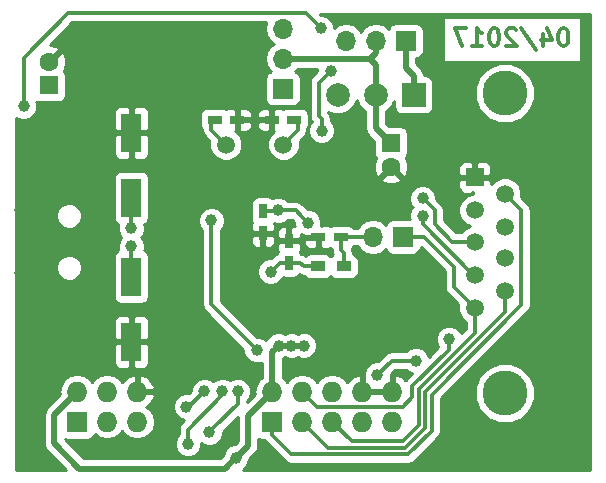
<source format=gbl>
G04 #@! TF.GenerationSoftware,KiCad,Pcbnew,(2017-01-09 revision c2fb336)-makepkg*
G04 #@! TF.CreationDate,2017-04-23T15:34:07+02:00*
G04 #@! TF.ProjectId,avrIspMk2Clone,6176724973704D6B32436C6F6E652E6B,rev?*
G04 #@! TF.FileFunction,Copper,L2,Bot,Signal*
G04 #@! TF.FilePolarity,Positive*
%FSLAX46Y46*%
G04 Gerber Fmt 4.6, Leading zero omitted, Abs format (unit mm)*
G04 Created by KiCad (PCBNEW (2017-01-09 revision c2fb336)-makepkg) date 04/23/17 15:34:07*
%MOMM*%
%LPD*%
G01*
G04 APERTURE LIST*
%ADD10C,0.100000*%
%ADD11C,0.300000*%
%ADD12O,1.700000X1.700000*%
%ADD13R,1.700000X1.700000*%
%ADD14O,1.727200X1.727200*%
%ADD15R,1.727200X1.727200*%
%ADD16C,1.500000*%
%ADD17R,1.600000X1.600000*%
%ADD18C,1.600000*%
%ADD19R,1.700000X3.300000*%
%ADD20C,3.810000*%
%ADD21R,1.520000X1.520000*%
%ADD22C,1.520000*%
%ADD23C,2.000000*%
%ADD24R,2.000000X2.000000*%
%ADD25R,1.200000X0.750000*%
%ADD26R,0.750000X1.200000*%
%ADD27R,1.200000X0.900000*%
%ADD28C,0.800000*%
%ADD29C,1.000000*%
%ADD30C,0.500000*%
%ADD31C,0.254000*%
G04 APERTURE END LIST*
D10*
D11*
X127110571Y-86935571D02*
X126967714Y-86935571D01*
X126824857Y-87007000D01*
X126753428Y-87078428D01*
X126682000Y-87221285D01*
X126610571Y-87507000D01*
X126610571Y-87864142D01*
X126682000Y-88149857D01*
X126753428Y-88292714D01*
X126824857Y-88364142D01*
X126967714Y-88435571D01*
X127110571Y-88435571D01*
X127253428Y-88364142D01*
X127324857Y-88292714D01*
X127396285Y-88149857D01*
X127467714Y-87864142D01*
X127467714Y-87507000D01*
X127396285Y-87221285D01*
X127324857Y-87078428D01*
X127253428Y-87007000D01*
X127110571Y-86935571D01*
X125324857Y-87435571D02*
X125324857Y-88435571D01*
X125682000Y-86864142D02*
X126039142Y-87935571D01*
X125110571Y-87935571D01*
X123467714Y-86864142D02*
X124753428Y-88792714D01*
X123039142Y-87078428D02*
X122967714Y-87007000D01*
X122824857Y-86935571D01*
X122467714Y-86935571D01*
X122324857Y-87007000D01*
X122253428Y-87078428D01*
X122182000Y-87221285D01*
X122182000Y-87364142D01*
X122253428Y-87578428D01*
X123110571Y-88435571D01*
X122182000Y-88435571D01*
X121253428Y-86935571D02*
X121110571Y-86935571D01*
X120967714Y-87007000D01*
X120896285Y-87078428D01*
X120824857Y-87221285D01*
X120753428Y-87507000D01*
X120753428Y-87864142D01*
X120824857Y-88149857D01*
X120896285Y-88292714D01*
X120967714Y-88364142D01*
X121110571Y-88435571D01*
X121253428Y-88435571D01*
X121396285Y-88364142D01*
X121467714Y-88292714D01*
X121539142Y-88149857D01*
X121610571Y-87864142D01*
X121610571Y-87507000D01*
X121539142Y-87221285D01*
X121467714Y-87078428D01*
X121396285Y-87007000D01*
X121253428Y-86935571D01*
X119324857Y-88435571D02*
X120182000Y-88435571D01*
X119753428Y-88435571D02*
X119753428Y-86935571D01*
X119896285Y-87149857D01*
X120039142Y-87292714D01*
X120182000Y-87364142D01*
X118824857Y-86935571D02*
X117824857Y-86935571D01*
X118467714Y-88435571D01*
D12*
X110908000Y-104600000D03*
D13*
X113448000Y-104600000D03*
D14*
X90969000Y-117700000D03*
X90969000Y-120240000D03*
X88429000Y-117700000D03*
X88429000Y-120240000D03*
X85889000Y-117700000D03*
D15*
X85889000Y-120240000D03*
D16*
X98462000Y-96774000D03*
X103342000Y-96774000D03*
D17*
X83476000Y-91760000D03*
D18*
X83476000Y-89760000D03*
D17*
X112432000Y-96650000D03*
D18*
X112432000Y-98650000D03*
D19*
X90461000Y-113465000D03*
X90461000Y-107965000D03*
X90461000Y-101273000D03*
X90461000Y-95773000D03*
D20*
X122084000Y-117830000D03*
X122084000Y-92430000D03*
D21*
X119544000Y-99540000D03*
D22*
X119544000Y-102330000D03*
X119544000Y-105000000D03*
X119544000Y-107800000D03*
X119544000Y-110590000D03*
X122084000Y-100940000D03*
X122084000Y-103730000D03*
X122084000Y-106400000D03*
X122084000Y-109190000D03*
D15*
X102399000Y-120240000D03*
D14*
X102399000Y-117700000D03*
X104939000Y-120240000D03*
X104939000Y-117700000D03*
X107479000Y-120240000D03*
X107479000Y-117700000D03*
X110019000Y-120240000D03*
X110019000Y-117700000D03*
X112559000Y-120240000D03*
X112559000Y-117700000D03*
D12*
X108622000Y-87982000D03*
X111162000Y-87982000D03*
D13*
X113702000Y-87982000D03*
D23*
X107962000Y-92554000D03*
X111162000Y-92554000D03*
D24*
X114362000Y-92554000D03*
D25*
X106300000Y-104600000D03*
X108200000Y-104600000D03*
D26*
X103800000Y-106800000D03*
X103800000Y-104900000D03*
D25*
X102358000Y-94687600D03*
X104258000Y-94687600D03*
X97512000Y-94687600D03*
X99412000Y-94687600D03*
D26*
X101600000Y-104300000D03*
X101600000Y-102400000D03*
D12*
X103288000Y-86966000D03*
X103288000Y-89506000D03*
D13*
X103288000Y-92046000D03*
D27*
X108452000Y-107082800D03*
X106252000Y-107082800D03*
D28*
X114046000Y-112395000D03*
D29*
X104811998Y-98904000D03*
X102526000Y-98904000D03*
X103694400Y-111045200D03*
X128332400Y-121764000D03*
X86905000Y-102333000D03*
X86778000Y-107667000D03*
X86397000Y-91792000D03*
X86397000Y-89506000D03*
X87920990Y-107667000D03*
X87921000Y-102333000D03*
X81063000Y-102333000D03*
X82206000Y-102333000D03*
X81063000Y-107667000D03*
X82206000Y-107667000D03*
X105410000Y-103378000D03*
X102272000Y-107540000D03*
X102907000Y-102350002D03*
X90461000Y-105381000D03*
X90461000Y-103857000D03*
X107352000Y-90522000D03*
X106590000Y-95602000D03*
X106488400Y-86915200D03*
X81342400Y-93519200D03*
X115127843Y-101316639D03*
X101092000Y-114173000D03*
X97228752Y-103185248D03*
X114554000Y-115062004D03*
X97065000Y-121129000D03*
X99478000Y-117649200D03*
X111289000Y-116264000D03*
X95261600Y-122119600D03*
X98157200Y-117649200D03*
X95109201Y-118970000D03*
X96633200Y-117649200D03*
X117359600Y-113229600D03*
X115124400Y-102815600D03*
X99325600Y-123288002D03*
X105066000Y-113788398D03*
X103999200Y-113788400D03*
X102932400Y-113788398D03*
D11*
X108200000Y-104600000D02*
X110908000Y-104600000D01*
X108200000Y-105660000D02*
X108452000Y-105912000D01*
X108452000Y-105912000D02*
X108452000Y-107082800D01*
X108200000Y-104600000D02*
X108200000Y-105660000D01*
D30*
X110646000Y-89506000D02*
X111162000Y-90022000D01*
X111162000Y-90022000D02*
X111162000Y-92554000D01*
X103288000Y-89506000D02*
X110646000Y-89506000D01*
X110646000Y-89506000D02*
X111162000Y-88990000D01*
X111162000Y-88990000D02*
X111162000Y-87982000D01*
X111252000Y-88072000D02*
X111162000Y-87982000D01*
D11*
X104910001Y-102878001D02*
X105410000Y-103378000D01*
X102907000Y-102350002D02*
X104382002Y-102350002D01*
X104382002Y-102350002D02*
X104910001Y-102878001D01*
X101600000Y-102400000D02*
X102857002Y-102400000D01*
X102857002Y-102400000D02*
X102907000Y-102350002D01*
X103800000Y-106800000D02*
X103012000Y-106800000D01*
X103012000Y-106800000D02*
X102272000Y-107540000D01*
X105050800Y-107082800D02*
X104768000Y-106800000D01*
X104768000Y-106800000D02*
X103800000Y-106800000D01*
X106252000Y-107082800D02*
X105050800Y-107082800D01*
D30*
X111162000Y-92554000D02*
X111162000Y-95380000D01*
X111162000Y-95380000D02*
X112432000Y-96650000D01*
D11*
X106102000Y-107082800D02*
X106002000Y-107082800D01*
X104558000Y-94687600D02*
X104558000Y-95558000D01*
X104558000Y-95558000D02*
X103342000Y-96774000D01*
X97212000Y-94687600D02*
X97212000Y-95524000D01*
X97212000Y-95524000D02*
X98462000Y-96774000D01*
X90461000Y-107965000D02*
X90461000Y-105381000D01*
X90461000Y-101273000D02*
X90461000Y-103857000D01*
X107352000Y-90522000D02*
X106336000Y-91538000D01*
X106590000Y-94586000D02*
X106590000Y-95602000D01*
X106336000Y-94332000D02*
X106590000Y-94586000D01*
X106336000Y-91538000D02*
X106336000Y-94332000D01*
X105988401Y-86415201D02*
X106488400Y-86915200D01*
X85094410Y-85652390D02*
X105225590Y-85652390D01*
X81342400Y-93519200D02*
X81342400Y-89404400D01*
X81342400Y-89404400D02*
X85094410Y-85652390D01*
X105225590Y-85652390D02*
X105988401Y-86415201D01*
X116140400Y-102329196D02*
X115127843Y-101316639D01*
X116140400Y-103501400D02*
X116140400Y-102329196D01*
X117639000Y-105000000D02*
X116140400Y-103501400D01*
X119544000Y-105000000D02*
X117639000Y-105000000D01*
X100592001Y-113673001D02*
X101092000Y-114173000D01*
X97228752Y-110309752D02*
X100592001Y-113673001D01*
X97228752Y-103185248D02*
X97228752Y-110309752D01*
X122084000Y-110959432D02*
X122084000Y-110264802D01*
X104939000Y-120240000D02*
X107140011Y-122441011D01*
X122084000Y-110264802D02*
X122084000Y-109190000D01*
X113666255Y-122441011D02*
X115336389Y-120770877D01*
X115336389Y-120770877D02*
X115336389Y-117707043D01*
X107140011Y-122441011D02*
X113666255Y-122441011D01*
X115336389Y-117707043D02*
X122084000Y-110959432D01*
X113846894Y-115062004D02*
X114554000Y-115062004D01*
X112490996Y-115062004D02*
X113846894Y-115062004D01*
X111289000Y-116264000D02*
X112490996Y-115062004D01*
X99478000Y-118716000D02*
X97564999Y-120629001D01*
X99478000Y-117649200D02*
X99478000Y-118716000D01*
X97564999Y-120629001D02*
X97065000Y-121129000D01*
X95261600Y-122119600D02*
X95261600Y-120900400D01*
X95261600Y-120900400D02*
X98157200Y-118004800D01*
X98157200Y-118004800D02*
X98157200Y-117649200D01*
X102399000Y-121403600D02*
X102399000Y-120240000D01*
X113894077Y-122991022D02*
X103986422Y-122991022D01*
X115886400Y-120998699D02*
X113894077Y-122991022D01*
X103986422Y-122991022D02*
X102399000Y-121403600D01*
X115886400Y-117934864D02*
X115886400Y-120998699D01*
X122084000Y-100940000D02*
X123481000Y-102337000D01*
X123481000Y-102337000D02*
X123481000Y-110340264D01*
X123481000Y-110340264D02*
X115886400Y-117934864D01*
X96633200Y-117649200D02*
X95312400Y-118970000D01*
X95312400Y-118970000D02*
X95109201Y-118970000D01*
X115207000Y-104600000D02*
X113448000Y-104600000D01*
X114786378Y-120543055D02*
X114786378Y-117479222D01*
X113438433Y-121891000D02*
X114786378Y-120543055D01*
X119544000Y-111664802D02*
X119544000Y-110590000D01*
X119544000Y-112721600D02*
X119544000Y-111664802D01*
X114786378Y-117479222D02*
X119544000Y-112721600D01*
X107479000Y-120240000D02*
X109130000Y-121891000D01*
X109130000Y-121891000D02*
X113438433Y-121891000D01*
X115207000Y-104600000D02*
X117766000Y-107159000D01*
X117766000Y-107159000D02*
X117766000Y-108810000D01*
X117766000Y-108810000D02*
X119544000Y-110588000D01*
X119544000Y-110588000D02*
X119544000Y-110590000D01*
X104939000Y-117700000D02*
X106202601Y-118963601D01*
X106202601Y-118963601D02*
X113429966Y-118963601D01*
X113429966Y-118963601D02*
X114236367Y-118157200D01*
X114236367Y-118157200D02*
X114236367Y-117251403D01*
X114236367Y-117251403D02*
X117359600Y-114128170D01*
X117359600Y-114128170D02*
X117359600Y-113229600D01*
X115124400Y-102815600D02*
X115124400Y-103522706D01*
X115124400Y-103522706D02*
X119401694Y-107800000D01*
X119401694Y-107800000D02*
X119544000Y-107800000D01*
D30*
X85889000Y-117700000D02*
X83933200Y-119655800D01*
X83933200Y-119655800D02*
X83933200Y-122068800D01*
X83933200Y-122068800D02*
X86066800Y-124202400D01*
X99274798Y-123288002D02*
X99325600Y-123288002D01*
X86066800Y-124202400D02*
X98360400Y-124202400D01*
X98360400Y-124202400D02*
X99274798Y-123288002D01*
X99325600Y-123288002D02*
X100341600Y-122272002D01*
X100341600Y-122272002D02*
X100341600Y-119757400D01*
X100341600Y-119757400D02*
X100443200Y-119655800D01*
X100443200Y-119655800D02*
X102399000Y-117700000D01*
X105066000Y-113788398D02*
X103999202Y-113788398D01*
X103999202Y-113788398D02*
X103999200Y-113788400D01*
X102932400Y-113788398D02*
X103999198Y-113788398D01*
X103999198Y-113788398D02*
X103999200Y-113788400D01*
X102399000Y-114321798D02*
X102432401Y-114288397D01*
X102432401Y-114288397D02*
X102932400Y-113788398D01*
X102399000Y-117700000D02*
X102399000Y-114321798D01*
X113702000Y-90268000D02*
X114362000Y-90928000D01*
X114362000Y-90928000D02*
X114362000Y-92554000D01*
X113702000Y-87982000D02*
X113702000Y-90268000D01*
D31*
G36*
X129290000Y-124290000D02*
X99872740Y-124290000D01*
X99967686Y-124250769D01*
X100287245Y-123931767D01*
X100460403Y-123514758D01*
X100460499Y-123404682D01*
X100967387Y-122897794D01*
X100967390Y-122897792D01*
X101159233Y-122610677D01*
X101199653Y-122407474D01*
X101226601Y-122272002D01*
X101226600Y-122271997D01*
X101226600Y-121660974D01*
X101287635Y-121701757D01*
X101535400Y-121751040D01*
X101705181Y-121751040D01*
X101843921Y-121958679D01*
X103431343Y-123546101D01*
X103686016Y-123716267D01*
X103986422Y-123776022D01*
X113894077Y-123776022D01*
X114194484Y-123716267D01*
X114449156Y-123546101D01*
X116441479Y-121553778D01*
X116611645Y-121299106D01*
X116671400Y-120998699D01*
X116671400Y-118333021D01*
X119543560Y-118333021D01*
X119929437Y-119266915D01*
X120643327Y-119982052D01*
X121576546Y-120369559D01*
X122587021Y-120370440D01*
X123520915Y-119984563D01*
X124236052Y-119270673D01*
X124623559Y-118337454D01*
X124624440Y-117326979D01*
X124238563Y-116393085D01*
X123524673Y-115677948D01*
X122591454Y-115290441D01*
X121580979Y-115289560D01*
X120647085Y-115675437D01*
X119931948Y-116389327D01*
X119544441Y-117322546D01*
X119543560Y-118333021D01*
X116671400Y-118333021D01*
X116671400Y-118260022D01*
X124036079Y-110895343D01*
X124206245Y-110640671D01*
X124266000Y-110340264D01*
X124266000Y-102337000D01*
X124236004Y-102186200D01*
X124206245Y-102036593D01*
X124036079Y-101781921D01*
X123477027Y-101222869D01*
X123478758Y-101218700D01*
X123479242Y-100663735D01*
X123267313Y-100150828D01*
X122875236Y-99758066D01*
X122362700Y-99545242D01*
X121807735Y-99544758D01*
X121294828Y-99756687D01*
X120939000Y-100111894D01*
X120939000Y-99825750D01*
X120780250Y-99667000D01*
X119671000Y-99667000D01*
X119671000Y-99687000D01*
X119417000Y-99687000D01*
X119417000Y-99667000D01*
X118307750Y-99667000D01*
X118149000Y-99825750D01*
X118149000Y-100426309D01*
X118245673Y-100659698D01*
X118424301Y-100838327D01*
X118657690Y-100935000D01*
X119258250Y-100935000D01*
X119416998Y-100776252D01*
X119416998Y-100934888D01*
X119267735Y-100934758D01*
X118754828Y-101146687D01*
X118362066Y-101538764D01*
X118149242Y-102051300D01*
X118148758Y-102606265D01*
X118360687Y-103119172D01*
X118752764Y-103511934D01*
X119121662Y-103665114D01*
X118754828Y-103816687D01*
X118362066Y-104208764D01*
X118359477Y-104215000D01*
X117964158Y-104215000D01*
X116925400Y-103176242D01*
X116925400Y-102329196D01*
X116865645Y-102028790D01*
X116695479Y-101774117D01*
X116262822Y-101341460D01*
X116263040Y-101091864D01*
X116090610Y-100674553D01*
X115771608Y-100354994D01*
X115354599Y-100181836D01*
X114903068Y-100181442D01*
X114485757Y-100353872D01*
X114166198Y-100672874D01*
X113993040Y-101089883D01*
X113992646Y-101541414D01*
X114165076Y-101958725D01*
X114270472Y-102064305D01*
X114162755Y-102171835D01*
X113989597Y-102588844D01*
X113989203Y-103040375D01*
X114014897Y-103102560D01*
X112598000Y-103102560D01*
X112350235Y-103151843D01*
X112140191Y-103292191D01*
X111999843Y-103502235D01*
X111987403Y-103564777D01*
X111958054Y-103520853D01*
X111476285Y-103198946D01*
X110908000Y-103085907D01*
X110339715Y-103198946D01*
X109857946Y-103520853D01*
X109661404Y-103815000D01*
X109289754Y-103815000D01*
X109257809Y-103767191D01*
X109047765Y-103626843D01*
X108800000Y-103577560D01*
X107600000Y-103577560D01*
X107352235Y-103626843D01*
X107260898Y-103687873D01*
X107259698Y-103686673D01*
X107026309Y-103590000D01*
X106585750Y-103590000D01*
X106526205Y-103649545D01*
X106544803Y-103604756D01*
X106545197Y-103153225D01*
X106372767Y-102735914D01*
X106053765Y-102416355D01*
X105636756Y-102243197D01*
X105385135Y-102242977D01*
X104937081Y-101794923D01*
X104682409Y-101624757D01*
X104382002Y-101565002D01*
X103727102Y-101565002D01*
X103550765Y-101388357D01*
X103133756Y-101215199D01*
X102682225Y-101214805D01*
X102410311Y-101327158D01*
X102222765Y-101201843D01*
X101975000Y-101152560D01*
X101225000Y-101152560D01*
X100977235Y-101201843D01*
X100767191Y-101342191D01*
X100626843Y-101552235D01*
X100577560Y-101800000D01*
X100577560Y-103000000D01*
X100626843Y-103247765D01*
X100687873Y-103339102D01*
X100686673Y-103340302D01*
X100590000Y-103573691D01*
X100590000Y-104014250D01*
X100748750Y-104173000D01*
X101473000Y-104173000D01*
X101473000Y-104153000D01*
X101727000Y-104153000D01*
X101727000Y-104173000D01*
X102451250Y-104173000D01*
X102610000Y-104014250D01*
X102610000Y-103573691D01*
X102550943Y-103431114D01*
X102680244Y-103484805D01*
X103131775Y-103485199D01*
X103549086Y-103312769D01*
X103727163Y-103135002D01*
X104056844Y-103135002D01*
X104275021Y-103353179D01*
X104274803Y-103602775D01*
X104300514Y-103665000D01*
X104085750Y-103665000D01*
X103927000Y-103823750D01*
X103927000Y-104773000D01*
X104651250Y-104773000D01*
X104810000Y-104614250D01*
X104810000Y-104357818D01*
X105183244Y-104512803D01*
X105634775Y-104513197D01*
X105732059Y-104473000D01*
X106173000Y-104473000D01*
X106173000Y-104453000D01*
X106427000Y-104453000D01*
X106427000Y-104473000D01*
X106447000Y-104473000D01*
X106447000Y-104727000D01*
X106427000Y-104727000D01*
X106427000Y-105451250D01*
X106585750Y-105610000D01*
X107026309Y-105610000D01*
X107259698Y-105513327D01*
X107260898Y-105512127D01*
X107352235Y-105573157D01*
X107415000Y-105585642D01*
X107415000Y-105660000D01*
X107474755Y-105960407D01*
X107549013Y-106071542D01*
X107394191Y-106174991D01*
X107352000Y-106238134D01*
X107309809Y-106174991D01*
X107099765Y-106034643D01*
X106852000Y-105985360D01*
X105652000Y-105985360D01*
X105404235Y-106034643D01*
X105206306Y-106166896D01*
X105068407Y-106074755D01*
X104786368Y-106018654D01*
X104773157Y-105952235D01*
X104712127Y-105860898D01*
X104713327Y-105859698D01*
X104810000Y-105626309D01*
X104810000Y-105185750D01*
X104651250Y-105027000D01*
X103927000Y-105027000D01*
X103927000Y-105047000D01*
X103673000Y-105047000D01*
X103673000Y-105027000D01*
X102948750Y-105027000D01*
X102790000Y-105185750D01*
X102790000Y-105626309D01*
X102886673Y-105859698D01*
X102887873Y-105860898D01*
X102826843Y-105952235D01*
X102806216Y-106055933D01*
X102711593Y-106074755D01*
X102456921Y-106244921D01*
X102296821Y-106405021D01*
X102047225Y-106404803D01*
X101629914Y-106577233D01*
X101310355Y-106896235D01*
X101137197Y-107313244D01*
X101136803Y-107764775D01*
X101309233Y-108182086D01*
X101628235Y-108501645D01*
X102045244Y-108674803D01*
X102496775Y-108675197D01*
X102914086Y-108502767D01*
X103233645Y-108183765D01*
X103300533Y-108022682D01*
X103425000Y-108047440D01*
X104175000Y-108047440D01*
X104422765Y-107998157D01*
X104632809Y-107857809D01*
X104692091Y-107769088D01*
X104750394Y-107808045D01*
X105050800Y-107867801D01*
X105050805Y-107867800D01*
X105112132Y-107867800D01*
X105194191Y-107990609D01*
X105404235Y-108130957D01*
X105652000Y-108180240D01*
X106852000Y-108180240D01*
X107099765Y-108130957D01*
X107309809Y-107990609D01*
X107352000Y-107927466D01*
X107394191Y-107990609D01*
X107604235Y-108130957D01*
X107852000Y-108180240D01*
X109052000Y-108180240D01*
X109299765Y-108130957D01*
X109509809Y-107990609D01*
X109650157Y-107780565D01*
X109699440Y-107532800D01*
X109699440Y-106632800D01*
X109650157Y-106385035D01*
X109509809Y-106174991D01*
X109299765Y-106034643D01*
X109237000Y-106022158D01*
X109237000Y-105912000D01*
X109177245Y-105611594D01*
X109119524Y-105525209D01*
X109257809Y-105432809D01*
X109289754Y-105385000D01*
X109661404Y-105385000D01*
X109857946Y-105679147D01*
X110339715Y-106001054D01*
X110908000Y-106114093D01*
X111476285Y-106001054D01*
X111958054Y-105679147D01*
X111987403Y-105635223D01*
X111999843Y-105697765D01*
X112140191Y-105907809D01*
X112350235Y-106048157D01*
X112598000Y-106097440D01*
X114298000Y-106097440D01*
X114545765Y-106048157D01*
X114755809Y-105907809D01*
X114896157Y-105697765D01*
X114945440Y-105450000D01*
X114945440Y-105448598D01*
X116981000Y-107484157D01*
X116981000Y-108810000D01*
X117040755Y-109110407D01*
X117210921Y-109365079D01*
X118151560Y-110305718D01*
X118149242Y-110311300D01*
X118148758Y-110866265D01*
X118360687Y-111379172D01*
X118752764Y-111771934D01*
X118759000Y-111774523D01*
X118759000Y-112396442D01*
X118394165Y-112761277D01*
X118322367Y-112587514D01*
X118003365Y-112267955D01*
X117586356Y-112094797D01*
X117134825Y-112094403D01*
X116717514Y-112266833D01*
X116397955Y-112585835D01*
X116224797Y-113002844D01*
X116224403Y-113454375D01*
X116396833Y-113871686D01*
X116451332Y-113926281D01*
X115645687Y-114731926D01*
X115516767Y-114419918D01*
X115197765Y-114100359D01*
X114780756Y-113927201D01*
X114329225Y-113926807D01*
X113911914Y-114099237D01*
X113733837Y-114277004D01*
X112490996Y-114277004D01*
X112190589Y-114336759D01*
X111935917Y-114506925D01*
X111313821Y-115129021D01*
X111064225Y-115128803D01*
X110646914Y-115301233D01*
X110327355Y-115620235D01*
X110154197Y-116037244D01*
X110153914Y-116361421D01*
X110146000Y-116365531D01*
X110146000Y-117573000D01*
X112432000Y-117573000D01*
X112432000Y-116365531D01*
X112423916Y-116361333D01*
X112424023Y-116239135D01*
X112816154Y-115847004D01*
X113733898Y-115847004D01*
X113910235Y-116023649D01*
X114223771Y-116153841D01*
X113681288Y-116696324D01*
X113660842Y-116726923D01*
X113447490Y-116493179D01*
X112918027Y-116245032D01*
X112686000Y-116365531D01*
X112686000Y-117573000D01*
X112706000Y-117573000D01*
X112706000Y-117827000D01*
X112686000Y-117827000D01*
X112686000Y-117847000D01*
X112432000Y-117847000D01*
X112432000Y-117827000D01*
X110146000Y-117827000D01*
X110146000Y-117847000D01*
X109892000Y-117847000D01*
X109892000Y-117827000D01*
X109872000Y-117827000D01*
X109872000Y-117573000D01*
X109892000Y-117573000D01*
X109892000Y-116365531D01*
X109659973Y-116245032D01*
X109130510Y-116493179D01*
X108748992Y-116911161D01*
X108568029Y-116640330D01*
X108081848Y-116315474D01*
X107508359Y-116201400D01*
X107449641Y-116201400D01*
X106876152Y-116315474D01*
X106389971Y-116640330D01*
X106209000Y-116911172D01*
X106028029Y-116640330D01*
X105541848Y-116315474D01*
X104968359Y-116201400D01*
X104909641Y-116201400D01*
X104336152Y-116315474D01*
X103849971Y-116640330D01*
X103669000Y-116911172D01*
X103488029Y-116640330D01*
X103284000Y-116504002D01*
X103284000Y-114871192D01*
X103466042Y-114795973D01*
X103772444Y-114923203D01*
X104223975Y-114923597D01*
X104532847Y-114795973D01*
X104839244Y-114923201D01*
X105290775Y-114923595D01*
X105708086Y-114751165D01*
X106027645Y-114432163D01*
X106200803Y-114015154D01*
X106201197Y-113563623D01*
X106028767Y-113146312D01*
X105709765Y-112826753D01*
X105292756Y-112653595D01*
X104841225Y-112653201D01*
X104532353Y-112780825D01*
X104225956Y-112653597D01*
X103774425Y-112653203D01*
X103465558Y-112780825D01*
X103159156Y-112653595D01*
X102707625Y-112653201D01*
X102290314Y-112825631D01*
X101970755Y-113144633D01*
X101882156Y-113358002D01*
X101735765Y-113211355D01*
X101318756Y-113038197D01*
X101067135Y-113037977D01*
X98013752Y-109984594D01*
X98013752Y-104585750D01*
X100590000Y-104585750D01*
X100590000Y-105026309D01*
X100686673Y-105259698D01*
X100865301Y-105438327D01*
X101098690Y-105535000D01*
X101314250Y-105535000D01*
X101473000Y-105376250D01*
X101473000Y-104427000D01*
X101727000Y-104427000D01*
X101727000Y-105376250D01*
X101885750Y-105535000D01*
X102101310Y-105535000D01*
X102334699Y-105438327D01*
X102513327Y-105259698D01*
X102610000Y-105026309D01*
X102610000Y-104885750D01*
X105065000Y-104885750D01*
X105065000Y-105101310D01*
X105161673Y-105334699D01*
X105340302Y-105513327D01*
X105573691Y-105610000D01*
X106014250Y-105610000D01*
X106173000Y-105451250D01*
X106173000Y-104727000D01*
X105223750Y-104727000D01*
X105065000Y-104885750D01*
X102610000Y-104885750D01*
X102610000Y-104585750D01*
X102451250Y-104427000D01*
X101727000Y-104427000D01*
X101473000Y-104427000D01*
X100748750Y-104427000D01*
X100590000Y-104585750D01*
X98013752Y-104585750D01*
X98013752Y-104173691D01*
X102790000Y-104173691D01*
X102790000Y-104614250D01*
X102948750Y-104773000D01*
X103673000Y-104773000D01*
X103673000Y-103823750D01*
X103514250Y-103665000D01*
X103298690Y-103665000D01*
X103065301Y-103761673D01*
X102886673Y-103940302D01*
X102790000Y-104173691D01*
X98013752Y-104173691D01*
X98013752Y-104005350D01*
X98190397Y-103829013D01*
X98363555Y-103412004D01*
X98363949Y-102960473D01*
X98191519Y-102543162D01*
X97872517Y-102223603D01*
X97455508Y-102050445D01*
X97003977Y-102050051D01*
X96586666Y-102222481D01*
X96267107Y-102541483D01*
X96093949Y-102958492D01*
X96093555Y-103410023D01*
X96265985Y-103827334D01*
X96443752Y-104005411D01*
X96443752Y-110309752D01*
X96503507Y-110610159D01*
X96673673Y-110864831D01*
X99957021Y-114148179D01*
X99956803Y-114397775D01*
X100129233Y-114815086D01*
X100448235Y-115134645D01*
X100865244Y-115307803D01*
X101316775Y-115308197D01*
X101514000Y-115226705D01*
X101514000Y-116504002D01*
X101309971Y-116640330D01*
X100985115Y-117126511D01*
X100871041Y-117700000D01*
X100916895Y-117930525D01*
X100263000Y-118584420D01*
X100263000Y-118469302D01*
X100439645Y-118292965D01*
X100612803Y-117875956D01*
X100613197Y-117424425D01*
X100440767Y-117007114D01*
X100121765Y-116687555D01*
X99704756Y-116514397D01*
X99253225Y-116514003D01*
X98835914Y-116686433D01*
X98817848Y-116704467D01*
X98800965Y-116687555D01*
X98383956Y-116514397D01*
X97932425Y-116514003D01*
X97515114Y-116686433D01*
X97395271Y-116806067D01*
X97276965Y-116687555D01*
X96859956Y-116514397D01*
X96408425Y-116514003D01*
X95991114Y-116686433D01*
X95671555Y-117005435D01*
X95498397Y-117422444D01*
X95498177Y-117674065D01*
X95336726Y-117835516D01*
X95335957Y-117835197D01*
X94884426Y-117834803D01*
X94467115Y-118007233D01*
X94147556Y-118326235D01*
X93974398Y-118743244D01*
X93974004Y-119194775D01*
X94146434Y-119612086D01*
X94465436Y-119931645D01*
X94882445Y-120104803D01*
X94946983Y-120104859D01*
X94706521Y-120345321D01*
X94536355Y-120599993D01*
X94520768Y-120678355D01*
X94476600Y-120900400D01*
X94476600Y-121299498D01*
X94299955Y-121475835D01*
X94126797Y-121892844D01*
X94126403Y-122344375D01*
X94298833Y-122761686D01*
X94617835Y-123081245D01*
X95034844Y-123254403D01*
X95486375Y-123254797D01*
X95903686Y-123082367D01*
X96223245Y-122763365D01*
X96396403Y-122346356D01*
X96396648Y-122066015D01*
X96421235Y-122090645D01*
X96838244Y-122263803D01*
X97289775Y-122264197D01*
X97707086Y-122091767D01*
X98026645Y-121772765D01*
X98199803Y-121355756D01*
X98200023Y-121104135D01*
X99456600Y-119847558D01*
X99456600Y-121905423D01*
X99209123Y-122152899D01*
X99100825Y-122152805D01*
X98683514Y-122325235D01*
X98363955Y-122644237D01*
X98190797Y-123061246D01*
X98190745Y-123120475D01*
X97993820Y-123317400D01*
X86433379Y-123317400D01*
X84827694Y-121711714D01*
X85025400Y-121751040D01*
X86752600Y-121751040D01*
X87000365Y-121701757D01*
X87210409Y-121561409D01*
X87350757Y-121351365D01*
X87358568Y-121312096D01*
X87826152Y-121624526D01*
X88399641Y-121738600D01*
X88458359Y-121738600D01*
X89031848Y-121624526D01*
X89518029Y-121299670D01*
X89699000Y-121028828D01*
X89879971Y-121299670D01*
X90366152Y-121624526D01*
X90939641Y-121738600D01*
X90998359Y-121738600D01*
X91571848Y-121624526D01*
X92058029Y-121299670D01*
X92382885Y-120813489D01*
X92496959Y-120240000D01*
X92382885Y-119666511D01*
X92058029Y-119180330D01*
X91734772Y-118964336D01*
X91857490Y-118906821D01*
X92251688Y-118474947D01*
X92423958Y-118059026D01*
X92302817Y-117827000D01*
X91096000Y-117827000D01*
X91096000Y-117847000D01*
X90842000Y-117847000D01*
X90842000Y-117827000D01*
X90822000Y-117827000D01*
X90822000Y-117573000D01*
X90842000Y-117573000D01*
X90842000Y-116365531D01*
X91096000Y-116365531D01*
X91096000Y-117573000D01*
X92302817Y-117573000D01*
X92423958Y-117340974D01*
X92251688Y-116925053D01*
X91857490Y-116493179D01*
X91328027Y-116245032D01*
X91096000Y-116365531D01*
X90842000Y-116365531D01*
X90609973Y-116245032D01*
X90080510Y-116493179D01*
X89698992Y-116911161D01*
X89518029Y-116640330D01*
X89031848Y-116315474D01*
X88458359Y-116201400D01*
X88399641Y-116201400D01*
X87826152Y-116315474D01*
X87339971Y-116640330D01*
X87159000Y-116911172D01*
X86978029Y-116640330D01*
X86491848Y-116315474D01*
X85918359Y-116201400D01*
X85859641Y-116201400D01*
X85286152Y-116315474D01*
X84799971Y-116640330D01*
X84475115Y-117126511D01*
X84361041Y-117700000D01*
X84406895Y-117930525D01*
X83307410Y-119030010D01*
X83115567Y-119317125D01*
X83115567Y-119317126D01*
X83048199Y-119655800D01*
X83048200Y-119655805D01*
X83048200Y-122068795D01*
X83048199Y-122068800D01*
X83103016Y-122344375D01*
X83115567Y-122407475D01*
X83274887Y-122645916D01*
X83307410Y-122694590D01*
X84902821Y-124290000D01*
X80710000Y-124290000D01*
X80710000Y-113750750D01*
X88976000Y-113750750D01*
X88976000Y-115241309D01*
X89072673Y-115474698D01*
X89251301Y-115653327D01*
X89484690Y-115750000D01*
X90175250Y-115750000D01*
X90334000Y-115591250D01*
X90334000Y-113592000D01*
X90588000Y-113592000D01*
X90588000Y-115591250D01*
X90746750Y-115750000D01*
X91437310Y-115750000D01*
X91670699Y-115653327D01*
X91849327Y-115474698D01*
X91946000Y-115241309D01*
X91946000Y-113750750D01*
X91787250Y-113592000D01*
X90588000Y-113592000D01*
X90334000Y-113592000D01*
X89134750Y-113592000D01*
X88976000Y-113750750D01*
X80710000Y-113750750D01*
X80710000Y-111688691D01*
X88976000Y-111688691D01*
X88976000Y-113179250D01*
X89134750Y-113338000D01*
X90334000Y-113338000D01*
X90334000Y-111338750D01*
X90588000Y-111338750D01*
X90588000Y-113338000D01*
X91787250Y-113338000D01*
X91946000Y-113179250D01*
X91946000Y-111688691D01*
X91849327Y-111455302D01*
X91670699Y-111276673D01*
X91437310Y-111180000D01*
X90746750Y-111180000D01*
X90588000Y-111338750D01*
X90334000Y-111338750D01*
X90175250Y-111180000D01*
X89484690Y-111180000D01*
X89251301Y-111276673D01*
X89072673Y-111455302D01*
X88976000Y-111688691D01*
X80710000Y-111688691D01*
X80710000Y-107414873D01*
X84114812Y-107414873D01*
X84279646Y-107813800D01*
X84584595Y-108119282D01*
X84983233Y-108284811D01*
X85414873Y-108285188D01*
X85813800Y-108120354D01*
X86119282Y-107815405D01*
X86284811Y-107416767D01*
X86285188Y-106985127D01*
X86120354Y-106586200D01*
X85815405Y-106280718D01*
X85416767Y-106115189D01*
X84985127Y-106114812D01*
X84586200Y-106279646D01*
X84280718Y-106584595D01*
X84115189Y-106983233D01*
X84114812Y-107414873D01*
X80710000Y-107414873D01*
X80710000Y-103014873D01*
X84114812Y-103014873D01*
X84279646Y-103413800D01*
X84584595Y-103719282D01*
X84983233Y-103884811D01*
X85414873Y-103885188D01*
X85813800Y-103720354D01*
X86119282Y-103415405D01*
X86284811Y-103016767D01*
X86285188Y-102585127D01*
X86120354Y-102186200D01*
X85815405Y-101880718D01*
X85416767Y-101715189D01*
X84985127Y-101714812D01*
X84586200Y-101879646D01*
X84280718Y-102184595D01*
X84115189Y-102583233D01*
X84114812Y-103014873D01*
X80710000Y-103014873D01*
X80710000Y-99623000D01*
X88963560Y-99623000D01*
X88963560Y-102923000D01*
X89012843Y-103170765D01*
X89153191Y-103380809D01*
X89363235Y-103521157D01*
X89370864Y-103522674D01*
X89326197Y-103630244D01*
X89325803Y-104081775D01*
X89498233Y-104499086D01*
X89617867Y-104618929D01*
X89499355Y-104737235D01*
X89326197Y-105154244D01*
X89325803Y-105605775D01*
X89371053Y-105715288D01*
X89363235Y-105716843D01*
X89153191Y-105857191D01*
X89012843Y-106067235D01*
X88963560Y-106315000D01*
X88963560Y-109615000D01*
X89012843Y-109862765D01*
X89153191Y-110072809D01*
X89363235Y-110213157D01*
X89611000Y-110262440D01*
X91311000Y-110262440D01*
X91558765Y-110213157D01*
X91768809Y-110072809D01*
X91909157Y-109862765D01*
X91958440Y-109615000D01*
X91958440Y-106315000D01*
X91909157Y-106067235D01*
X91768809Y-105857191D01*
X91558765Y-105716843D01*
X91551136Y-105715326D01*
X91595803Y-105607756D01*
X91596197Y-105156225D01*
X91423767Y-104738914D01*
X91304133Y-104619071D01*
X91422645Y-104500765D01*
X91595803Y-104083756D01*
X91596197Y-103632225D01*
X91550947Y-103522712D01*
X91558765Y-103521157D01*
X91768809Y-103380809D01*
X91909157Y-103170765D01*
X91958440Y-102923000D01*
X91958440Y-99657745D01*
X111603861Y-99657745D01*
X111677995Y-99903864D01*
X112215223Y-100096965D01*
X112785454Y-100069778D01*
X113186005Y-99903864D01*
X113260139Y-99657745D01*
X112432000Y-98829605D01*
X111603861Y-99657745D01*
X91958440Y-99657745D01*
X91958440Y-99623000D01*
X91909157Y-99375235D01*
X91768809Y-99165191D01*
X91558765Y-99024843D01*
X91311000Y-98975560D01*
X89611000Y-98975560D01*
X89363235Y-99024843D01*
X89153191Y-99165191D01*
X89012843Y-99375235D01*
X88963560Y-99623000D01*
X80710000Y-99623000D01*
X80710000Y-96058750D01*
X88976000Y-96058750D01*
X88976000Y-97549309D01*
X89072673Y-97782698D01*
X89251301Y-97961327D01*
X89484690Y-98058000D01*
X90175250Y-98058000D01*
X90334000Y-97899250D01*
X90334000Y-95900000D01*
X90588000Y-95900000D01*
X90588000Y-97899250D01*
X90746750Y-98058000D01*
X91437310Y-98058000D01*
X91670699Y-97961327D01*
X91849327Y-97782698D01*
X91946000Y-97549309D01*
X91946000Y-96058750D01*
X91787250Y-95900000D01*
X90588000Y-95900000D01*
X90334000Y-95900000D01*
X89134750Y-95900000D01*
X88976000Y-96058750D01*
X80710000Y-96058750D01*
X80710000Y-94485564D01*
X81115644Y-94654003D01*
X81567175Y-94654397D01*
X81984486Y-94481967D01*
X82304045Y-94162965D01*
X82373088Y-93996691D01*
X88976000Y-93996691D01*
X88976000Y-95487250D01*
X89134750Y-95646000D01*
X90334000Y-95646000D01*
X90334000Y-93646750D01*
X90588000Y-93646750D01*
X90588000Y-95646000D01*
X91787250Y-95646000D01*
X91946000Y-95487250D01*
X91946000Y-94312600D01*
X96264560Y-94312600D01*
X96264560Y-95062600D01*
X96313843Y-95310365D01*
X96427000Y-95479715D01*
X96427000Y-95524000D01*
X96486755Y-95824407D01*
X96656921Y-96079079D01*
X97077239Y-96499397D01*
X97076760Y-97048285D01*
X97287169Y-97557515D01*
X97676436Y-97947461D01*
X98185298Y-98158759D01*
X98736285Y-98159240D01*
X99245515Y-97948831D01*
X99635461Y-97559564D01*
X99846759Y-97050702D01*
X99846761Y-97048285D01*
X101956760Y-97048285D01*
X102167169Y-97557515D01*
X102556436Y-97947461D01*
X103065298Y-98158759D01*
X103616285Y-98159240D01*
X104125515Y-97948831D01*
X104515461Y-97559564D01*
X104726759Y-97050702D01*
X104727240Y-96499715D01*
X104727007Y-96499151D01*
X105113079Y-96113079D01*
X105283245Y-95858406D01*
X105343000Y-95558000D01*
X105343000Y-95479715D01*
X105456157Y-95310365D01*
X105505440Y-95062600D01*
X105505440Y-94312600D01*
X105456157Y-94064835D01*
X105315809Y-93854791D01*
X105105765Y-93714443D01*
X104858000Y-93665160D01*
X103658000Y-93665160D01*
X103410235Y-93714443D01*
X103318898Y-93775473D01*
X103317698Y-93774273D01*
X103084309Y-93677600D01*
X102643750Y-93677600D01*
X102485000Y-93836350D01*
X102485000Y-94560600D01*
X102505000Y-94560600D01*
X102505000Y-94814600D01*
X102485000Y-94814600D01*
X102485000Y-95538850D01*
X102551896Y-95605746D01*
X102168539Y-95988436D01*
X101957241Y-96497298D01*
X101956760Y-97048285D01*
X99846761Y-97048285D01*
X99847240Y-96499715D01*
X99636831Y-95990485D01*
X99247564Y-95600539D01*
X99230427Y-95593423D01*
X99285000Y-95538850D01*
X99285000Y-94814600D01*
X99539000Y-94814600D01*
X99539000Y-95538850D01*
X99697750Y-95697600D01*
X100138309Y-95697600D01*
X100371698Y-95600927D01*
X100550327Y-95422299D01*
X100647000Y-95188910D01*
X100647000Y-94973350D01*
X101123000Y-94973350D01*
X101123000Y-95188910D01*
X101219673Y-95422299D01*
X101398302Y-95600927D01*
X101631691Y-95697600D01*
X102072250Y-95697600D01*
X102231000Y-95538850D01*
X102231000Y-94814600D01*
X101281750Y-94814600D01*
X101123000Y-94973350D01*
X100647000Y-94973350D01*
X100488250Y-94814600D01*
X99539000Y-94814600D01*
X99285000Y-94814600D01*
X99265000Y-94814600D01*
X99265000Y-94560600D01*
X99285000Y-94560600D01*
X99285000Y-93836350D01*
X99539000Y-93836350D01*
X99539000Y-94560600D01*
X100488250Y-94560600D01*
X100647000Y-94401850D01*
X100647000Y-94186290D01*
X101123000Y-94186290D01*
X101123000Y-94401850D01*
X101281750Y-94560600D01*
X102231000Y-94560600D01*
X102231000Y-93836350D01*
X102072250Y-93677600D01*
X101631691Y-93677600D01*
X101398302Y-93774273D01*
X101219673Y-93952901D01*
X101123000Y-94186290D01*
X100647000Y-94186290D01*
X100550327Y-93952901D01*
X100371698Y-93774273D01*
X100138309Y-93677600D01*
X99697750Y-93677600D01*
X99539000Y-93836350D01*
X99285000Y-93836350D01*
X99126250Y-93677600D01*
X98685691Y-93677600D01*
X98452302Y-93774273D01*
X98451102Y-93775473D01*
X98359765Y-93714443D01*
X98112000Y-93665160D01*
X96912000Y-93665160D01*
X96664235Y-93714443D01*
X96454191Y-93854791D01*
X96313843Y-94064835D01*
X96264560Y-94312600D01*
X91946000Y-94312600D01*
X91946000Y-93996691D01*
X91849327Y-93763302D01*
X91670699Y-93584673D01*
X91437310Y-93488000D01*
X90746750Y-93488000D01*
X90588000Y-93646750D01*
X90334000Y-93646750D01*
X90175250Y-93488000D01*
X89484690Y-93488000D01*
X89251301Y-93584673D01*
X89072673Y-93763302D01*
X88976000Y-93996691D01*
X82373088Y-93996691D01*
X82477203Y-93745956D01*
X82477597Y-93294425D01*
X82418644Y-93151748D01*
X82428235Y-93158157D01*
X82676000Y-93207440D01*
X84276000Y-93207440D01*
X84523765Y-93158157D01*
X84733809Y-93017809D01*
X84874157Y-92807765D01*
X84923440Y-92560000D01*
X84923440Y-90960000D01*
X84874157Y-90712235D01*
X84734005Y-90502484D01*
X84922965Y-89976777D01*
X84895778Y-89406546D01*
X84729864Y-89005995D01*
X84483745Y-88931861D01*
X83655605Y-89760000D01*
X83669748Y-89774142D01*
X83490143Y-89953748D01*
X83476000Y-89939605D01*
X83461858Y-89953748D01*
X83282252Y-89774142D01*
X83296395Y-89760000D01*
X83282252Y-89745858D01*
X83461858Y-89566252D01*
X83476000Y-89580395D01*
X84304139Y-88752255D01*
X84230005Y-88506136D01*
X83692777Y-88313035D01*
X83536471Y-88320487D01*
X85419568Y-86437390D01*
X101879054Y-86437390D01*
X101773907Y-86966000D01*
X101886946Y-87534285D01*
X102208853Y-88016054D01*
X102538026Y-88236000D01*
X102208853Y-88455946D01*
X101886946Y-88937715D01*
X101773907Y-89506000D01*
X101886946Y-90074285D01*
X102208853Y-90556054D01*
X102252777Y-90585403D01*
X102190235Y-90597843D01*
X101980191Y-90738191D01*
X101839843Y-90948235D01*
X101790560Y-91196000D01*
X101790560Y-92896000D01*
X101839843Y-93143765D01*
X101980191Y-93353809D01*
X102190235Y-93494157D01*
X102438000Y-93543440D01*
X104138000Y-93543440D01*
X104385765Y-93494157D01*
X104595809Y-93353809D01*
X104736157Y-93143765D01*
X104785440Y-92896000D01*
X104785440Y-91196000D01*
X104736157Y-90948235D01*
X104595809Y-90738191D01*
X104385765Y-90597843D01*
X104323223Y-90585403D01*
X104367147Y-90556054D01*
X104477432Y-90391000D01*
X106217113Y-90391000D01*
X106216977Y-90546865D01*
X105780921Y-90982921D01*
X105610755Y-91237593D01*
X105597101Y-91306235D01*
X105551000Y-91538000D01*
X105551000Y-94332000D01*
X105610755Y-94632407D01*
X105748397Y-94838403D01*
X105628355Y-94958235D01*
X105455197Y-95375244D01*
X105454803Y-95826775D01*
X105627233Y-96244086D01*
X105946235Y-96563645D01*
X106363244Y-96736803D01*
X106814775Y-96737197D01*
X107232086Y-96564767D01*
X107551645Y-96245765D01*
X107724803Y-95828756D01*
X107725197Y-95377225D01*
X107552767Y-94959914D01*
X107375000Y-94781837D01*
X107375000Y-94586000D01*
X107315245Y-94285594D01*
X107315245Y-94285593D01*
X107145079Y-94030921D01*
X107121000Y-94006842D01*
X107121000Y-93975139D01*
X107635352Y-94188716D01*
X108285795Y-94189284D01*
X108886943Y-93940894D01*
X109347278Y-93481363D01*
X109562221Y-92963722D01*
X109775106Y-93478943D01*
X110234637Y-93939278D01*
X110277000Y-93956869D01*
X110277000Y-95379995D01*
X110276999Y-95380000D01*
X110329911Y-95646000D01*
X110344367Y-95718675D01*
X110525984Y-95990485D01*
X110536210Y-96005790D01*
X110984560Y-96454140D01*
X110984560Y-97450000D01*
X111033843Y-97697765D01*
X111173995Y-97907516D01*
X110985035Y-98433223D01*
X111012222Y-99003454D01*
X111178136Y-99404005D01*
X111424255Y-99478139D01*
X112252395Y-98650000D01*
X112238252Y-98635858D01*
X112417858Y-98456253D01*
X112432000Y-98470395D01*
X112446143Y-98456253D01*
X112625748Y-98635858D01*
X112611605Y-98650000D01*
X113439745Y-99478139D01*
X113685864Y-99404005D01*
X113878965Y-98866777D01*
X113868806Y-98653691D01*
X118149000Y-98653691D01*
X118149000Y-99254250D01*
X118307750Y-99413000D01*
X119417000Y-99413000D01*
X119417000Y-98303750D01*
X119671000Y-98303750D01*
X119671000Y-99413000D01*
X120780250Y-99413000D01*
X120939000Y-99254250D01*
X120939000Y-98653691D01*
X120842327Y-98420302D01*
X120663699Y-98241673D01*
X120430310Y-98145000D01*
X119829750Y-98145000D01*
X119671000Y-98303750D01*
X119417000Y-98303750D01*
X119258250Y-98145000D01*
X118657690Y-98145000D01*
X118424301Y-98241673D01*
X118245673Y-98420302D01*
X118149000Y-98653691D01*
X113868806Y-98653691D01*
X113851778Y-98296546D01*
X113690395Y-97906933D01*
X113830157Y-97697765D01*
X113879440Y-97450000D01*
X113879440Y-95850000D01*
X113830157Y-95602235D01*
X113689809Y-95392191D01*
X113479765Y-95251843D01*
X113232000Y-95202560D01*
X112236140Y-95202560D01*
X112047000Y-95013420D01*
X112047000Y-93957398D01*
X112086943Y-93940894D01*
X112547278Y-93481363D01*
X112714560Y-93078502D01*
X112714560Y-93554000D01*
X112763843Y-93801765D01*
X112904191Y-94011809D01*
X113114235Y-94152157D01*
X113362000Y-94201440D01*
X115362000Y-94201440D01*
X115609765Y-94152157D01*
X115819809Y-94011809D01*
X115960157Y-93801765D01*
X116009440Y-93554000D01*
X116009440Y-92933021D01*
X119543560Y-92933021D01*
X119929437Y-93866915D01*
X120643327Y-94582052D01*
X121576546Y-94969559D01*
X122587021Y-94970440D01*
X123520915Y-94584563D01*
X124236052Y-93870673D01*
X124623559Y-92937454D01*
X124624440Y-91926979D01*
X124238563Y-90993085D01*
X123524673Y-90277948D01*
X122591454Y-89890441D01*
X121580979Y-89889560D01*
X120647085Y-90275437D01*
X119931948Y-90989327D01*
X119544441Y-91922546D01*
X119543560Y-92933021D01*
X116009440Y-92933021D01*
X116009440Y-91554000D01*
X115960157Y-91306235D01*
X115819809Y-91096191D01*
X115609765Y-90955843D01*
X115362000Y-90906560D01*
X115242736Y-90906560D01*
X115179633Y-90589326D01*
X115179633Y-90589325D01*
X114987790Y-90302210D01*
X114987787Y-90302208D01*
X114587000Y-89901420D01*
X114587000Y-89472478D01*
X114799765Y-89430157D01*
X115009809Y-89289809D01*
X115150157Y-89079765D01*
X115199440Y-88832000D01*
X115199440Y-87132000D01*
X115150157Y-86884235D01*
X115009809Y-86674191D01*
X114799765Y-86533843D01*
X114552000Y-86484560D01*
X112852000Y-86484560D01*
X112604235Y-86533843D01*
X112394191Y-86674191D01*
X112253843Y-86884235D01*
X112241403Y-86946777D01*
X112212054Y-86902853D01*
X111730285Y-86580946D01*
X111162000Y-86467907D01*
X110593715Y-86580946D01*
X110111946Y-86902853D01*
X109892000Y-87232026D01*
X109672054Y-86902853D01*
X109190285Y-86580946D01*
X108622000Y-86467907D01*
X108053715Y-86580946D01*
X107623442Y-86868445D01*
X107623597Y-86690425D01*
X107451167Y-86273114D01*
X107145587Y-85967000D01*
X116825572Y-85967000D01*
X116825572Y-89787000D01*
X128538429Y-89787000D01*
X128538429Y-85967000D01*
X116825572Y-85967000D01*
X107145587Y-85967000D01*
X107132165Y-85953555D01*
X106715156Y-85780397D01*
X106463535Y-85780177D01*
X106393358Y-85710000D01*
X129290000Y-85710000D01*
X129290000Y-124290000D01*
X129290000Y-124290000D01*
G37*
X129290000Y-124290000D02*
X99872740Y-124290000D01*
X99967686Y-124250769D01*
X100287245Y-123931767D01*
X100460403Y-123514758D01*
X100460499Y-123404682D01*
X100967387Y-122897794D01*
X100967390Y-122897792D01*
X101159233Y-122610677D01*
X101199653Y-122407474D01*
X101226601Y-122272002D01*
X101226600Y-122271997D01*
X101226600Y-121660974D01*
X101287635Y-121701757D01*
X101535400Y-121751040D01*
X101705181Y-121751040D01*
X101843921Y-121958679D01*
X103431343Y-123546101D01*
X103686016Y-123716267D01*
X103986422Y-123776022D01*
X113894077Y-123776022D01*
X114194484Y-123716267D01*
X114449156Y-123546101D01*
X116441479Y-121553778D01*
X116611645Y-121299106D01*
X116671400Y-120998699D01*
X116671400Y-118333021D01*
X119543560Y-118333021D01*
X119929437Y-119266915D01*
X120643327Y-119982052D01*
X121576546Y-120369559D01*
X122587021Y-120370440D01*
X123520915Y-119984563D01*
X124236052Y-119270673D01*
X124623559Y-118337454D01*
X124624440Y-117326979D01*
X124238563Y-116393085D01*
X123524673Y-115677948D01*
X122591454Y-115290441D01*
X121580979Y-115289560D01*
X120647085Y-115675437D01*
X119931948Y-116389327D01*
X119544441Y-117322546D01*
X119543560Y-118333021D01*
X116671400Y-118333021D01*
X116671400Y-118260022D01*
X124036079Y-110895343D01*
X124206245Y-110640671D01*
X124266000Y-110340264D01*
X124266000Y-102337000D01*
X124236004Y-102186200D01*
X124206245Y-102036593D01*
X124036079Y-101781921D01*
X123477027Y-101222869D01*
X123478758Y-101218700D01*
X123479242Y-100663735D01*
X123267313Y-100150828D01*
X122875236Y-99758066D01*
X122362700Y-99545242D01*
X121807735Y-99544758D01*
X121294828Y-99756687D01*
X120939000Y-100111894D01*
X120939000Y-99825750D01*
X120780250Y-99667000D01*
X119671000Y-99667000D01*
X119671000Y-99687000D01*
X119417000Y-99687000D01*
X119417000Y-99667000D01*
X118307750Y-99667000D01*
X118149000Y-99825750D01*
X118149000Y-100426309D01*
X118245673Y-100659698D01*
X118424301Y-100838327D01*
X118657690Y-100935000D01*
X119258250Y-100935000D01*
X119416998Y-100776252D01*
X119416998Y-100934888D01*
X119267735Y-100934758D01*
X118754828Y-101146687D01*
X118362066Y-101538764D01*
X118149242Y-102051300D01*
X118148758Y-102606265D01*
X118360687Y-103119172D01*
X118752764Y-103511934D01*
X119121662Y-103665114D01*
X118754828Y-103816687D01*
X118362066Y-104208764D01*
X118359477Y-104215000D01*
X117964158Y-104215000D01*
X116925400Y-103176242D01*
X116925400Y-102329196D01*
X116865645Y-102028790D01*
X116695479Y-101774117D01*
X116262822Y-101341460D01*
X116263040Y-101091864D01*
X116090610Y-100674553D01*
X115771608Y-100354994D01*
X115354599Y-100181836D01*
X114903068Y-100181442D01*
X114485757Y-100353872D01*
X114166198Y-100672874D01*
X113993040Y-101089883D01*
X113992646Y-101541414D01*
X114165076Y-101958725D01*
X114270472Y-102064305D01*
X114162755Y-102171835D01*
X113989597Y-102588844D01*
X113989203Y-103040375D01*
X114014897Y-103102560D01*
X112598000Y-103102560D01*
X112350235Y-103151843D01*
X112140191Y-103292191D01*
X111999843Y-103502235D01*
X111987403Y-103564777D01*
X111958054Y-103520853D01*
X111476285Y-103198946D01*
X110908000Y-103085907D01*
X110339715Y-103198946D01*
X109857946Y-103520853D01*
X109661404Y-103815000D01*
X109289754Y-103815000D01*
X109257809Y-103767191D01*
X109047765Y-103626843D01*
X108800000Y-103577560D01*
X107600000Y-103577560D01*
X107352235Y-103626843D01*
X107260898Y-103687873D01*
X107259698Y-103686673D01*
X107026309Y-103590000D01*
X106585750Y-103590000D01*
X106526205Y-103649545D01*
X106544803Y-103604756D01*
X106545197Y-103153225D01*
X106372767Y-102735914D01*
X106053765Y-102416355D01*
X105636756Y-102243197D01*
X105385135Y-102242977D01*
X104937081Y-101794923D01*
X104682409Y-101624757D01*
X104382002Y-101565002D01*
X103727102Y-101565002D01*
X103550765Y-101388357D01*
X103133756Y-101215199D01*
X102682225Y-101214805D01*
X102410311Y-101327158D01*
X102222765Y-101201843D01*
X101975000Y-101152560D01*
X101225000Y-101152560D01*
X100977235Y-101201843D01*
X100767191Y-101342191D01*
X100626843Y-101552235D01*
X100577560Y-101800000D01*
X100577560Y-103000000D01*
X100626843Y-103247765D01*
X100687873Y-103339102D01*
X100686673Y-103340302D01*
X100590000Y-103573691D01*
X100590000Y-104014250D01*
X100748750Y-104173000D01*
X101473000Y-104173000D01*
X101473000Y-104153000D01*
X101727000Y-104153000D01*
X101727000Y-104173000D01*
X102451250Y-104173000D01*
X102610000Y-104014250D01*
X102610000Y-103573691D01*
X102550943Y-103431114D01*
X102680244Y-103484805D01*
X103131775Y-103485199D01*
X103549086Y-103312769D01*
X103727163Y-103135002D01*
X104056844Y-103135002D01*
X104275021Y-103353179D01*
X104274803Y-103602775D01*
X104300514Y-103665000D01*
X104085750Y-103665000D01*
X103927000Y-103823750D01*
X103927000Y-104773000D01*
X104651250Y-104773000D01*
X104810000Y-104614250D01*
X104810000Y-104357818D01*
X105183244Y-104512803D01*
X105634775Y-104513197D01*
X105732059Y-104473000D01*
X106173000Y-104473000D01*
X106173000Y-104453000D01*
X106427000Y-104453000D01*
X106427000Y-104473000D01*
X106447000Y-104473000D01*
X106447000Y-104727000D01*
X106427000Y-104727000D01*
X106427000Y-105451250D01*
X106585750Y-105610000D01*
X107026309Y-105610000D01*
X107259698Y-105513327D01*
X107260898Y-105512127D01*
X107352235Y-105573157D01*
X107415000Y-105585642D01*
X107415000Y-105660000D01*
X107474755Y-105960407D01*
X107549013Y-106071542D01*
X107394191Y-106174991D01*
X107352000Y-106238134D01*
X107309809Y-106174991D01*
X107099765Y-106034643D01*
X106852000Y-105985360D01*
X105652000Y-105985360D01*
X105404235Y-106034643D01*
X105206306Y-106166896D01*
X105068407Y-106074755D01*
X104786368Y-106018654D01*
X104773157Y-105952235D01*
X104712127Y-105860898D01*
X104713327Y-105859698D01*
X104810000Y-105626309D01*
X104810000Y-105185750D01*
X104651250Y-105027000D01*
X103927000Y-105027000D01*
X103927000Y-105047000D01*
X103673000Y-105047000D01*
X103673000Y-105027000D01*
X102948750Y-105027000D01*
X102790000Y-105185750D01*
X102790000Y-105626309D01*
X102886673Y-105859698D01*
X102887873Y-105860898D01*
X102826843Y-105952235D01*
X102806216Y-106055933D01*
X102711593Y-106074755D01*
X102456921Y-106244921D01*
X102296821Y-106405021D01*
X102047225Y-106404803D01*
X101629914Y-106577233D01*
X101310355Y-106896235D01*
X101137197Y-107313244D01*
X101136803Y-107764775D01*
X101309233Y-108182086D01*
X101628235Y-108501645D01*
X102045244Y-108674803D01*
X102496775Y-108675197D01*
X102914086Y-108502767D01*
X103233645Y-108183765D01*
X103300533Y-108022682D01*
X103425000Y-108047440D01*
X104175000Y-108047440D01*
X104422765Y-107998157D01*
X104632809Y-107857809D01*
X104692091Y-107769088D01*
X104750394Y-107808045D01*
X105050800Y-107867801D01*
X105050805Y-107867800D01*
X105112132Y-107867800D01*
X105194191Y-107990609D01*
X105404235Y-108130957D01*
X105652000Y-108180240D01*
X106852000Y-108180240D01*
X107099765Y-108130957D01*
X107309809Y-107990609D01*
X107352000Y-107927466D01*
X107394191Y-107990609D01*
X107604235Y-108130957D01*
X107852000Y-108180240D01*
X109052000Y-108180240D01*
X109299765Y-108130957D01*
X109509809Y-107990609D01*
X109650157Y-107780565D01*
X109699440Y-107532800D01*
X109699440Y-106632800D01*
X109650157Y-106385035D01*
X109509809Y-106174991D01*
X109299765Y-106034643D01*
X109237000Y-106022158D01*
X109237000Y-105912000D01*
X109177245Y-105611594D01*
X109119524Y-105525209D01*
X109257809Y-105432809D01*
X109289754Y-105385000D01*
X109661404Y-105385000D01*
X109857946Y-105679147D01*
X110339715Y-106001054D01*
X110908000Y-106114093D01*
X111476285Y-106001054D01*
X111958054Y-105679147D01*
X111987403Y-105635223D01*
X111999843Y-105697765D01*
X112140191Y-105907809D01*
X112350235Y-106048157D01*
X112598000Y-106097440D01*
X114298000Y-106097440D01*
X114545765Y-106048157D01*
X114755809Y-105907809D01*
X114896157Y-105697765D01*
X114945440Y-105450000D01*
X114945440Y-105448598D01*
X116981000Y-107484157D01*
X116981000Y-108810000D01*
X117040755Y-109110407D01*
X117210921Y-109365079D01*
X118151560Y-110305718D01*
X118149242Y-110311300D01*
X118148758Y-110866265D01*
X118360687Y-111379172D01*
X118752764Y-111771934D01*
X118759000Y-111774523D01*
X118759000Y-112396442D01*
X118394165Y-112761277D01*
X118322367Y-112587514D01*
X118003365Y-112267955D01*
X117586356Y-112094797D01*
X117134825Y-112094403D01*
X116717514Y-112266833D01*
X116397955Y-112585835D01*
X116224797Y-113002844D01*
X116224403Y-113454375D01*
X116396833Y-113871686D01*
X116451332Y-113926281D01*
X115645687Y-114731926D01*
X115516767Y-114419918D01*
X115197765Y-114100359D01*
X114780756Y-113927201D01*
X114329225Y-113926807D01*
X113911914Y-114099237D01*
X113733837Y-114277004D01*
X112490996Y-114277004D01*
X112190589Y-114336759D01*
X111935917Y-114506925D01*
X111313821Y-115129021D01*
X111064225Y-115128803D01*
X110646914Y-115301233D01*
X110327355Y-115620235D01*
X110154197Y-116037244D01*
X110153914Y-116361421D01*
X110146000Y-116365531D01*
X110146000Y-117573000D01*
X112432000Y-117573000D01*
X112432000Y-116365531D01*
X112423916Y-116361333D01*
X112424023Y-116239135D01*
X112816154Y-115847004D01*
X113733898Y-115847004D01*
X113910235Y-116023649D01*
X114223771Y-116153841D01*
X113681288Y-116696324D01*
X113660842Y-116726923D01*
X113447490Y-116493179D01*
X112918027Y-116245032D01*
X112686000Y-116365531D01*
X112686000Y-117573000D01*
X112706000Y-117573000D01*
X112706000Y-117827000D01*
X112686000Y-117827000D01*
X112686000Y-117847000D01*
X112432000Y-117847000D01*
X112432000Y-117827000D01*
X110146000Y-117827000D01*
X110146000Y-117847000D01*
X109892000Y-117847000D01*
X109892000Y-117827000D01*
X109872000Y-117827000D01*
X109872000Y-117573000D01*
X109892000Y-117573000D01*
X109892000Y-116365531D01*
X109659973Y-116245032D01*
X109130510Y-116493179D01*
X108748992Y-116911161D01*
X108568029Y-116640330D01*
X108081848Y-116315474D01*
X107508359Y-116201400D01*
X107449641Y-116201400D01*
X106876152Y-116315474D01*
X106389971Y-116640330D01*
X106209000Y-116911172D01*
X106028029Y-116640330D01*
X105541848Y-116315474D01*
X104968359Y-116201400D01*
X104909641Y-116201400D01*
X104336152Y-116315474D01*
X103849971Y-116640330D01*
X103669000Y-116911172D01*
X103488029Y-116640330D01*
X103284000Y-116504002D01*
X103284000Y-114871192D01*
X103466042Y-114795973D01*
X103772444Y-114923203D01*
X104223975Y-114923597D01*
X104532847Y-114795973D01*
X104839244Y-114923201D01*
X105290775Y-114923595D01*
X105708086Y-114751165D01*
X106027645Y-114432163D01*
X106200803Y-114015154D01*
X106201197Y-113563623D01*
X106028767Y-113146312D01*
X105709765Y-112826753D01*
X105292756Y-112653595D01*
X104841225Y-112653201D01*
X104532353Y-112780825D01*
X104225956Y-112653597D01*
X103774425Y-112653203D01*
X103465558Y-112780825D01*
X103159156Y-112653595D01*
X102707625Y-112653201D01*
X102290314Y-112825631D01*
X101970755Y-113144633D01*
X101882156Y-113358002D01*
X101735765Y-113211355D01*
X101318756Y-113038197D01*
X101067135Y-113037977D01*
X98013752Y-109984594D01*
X98013752Y-104585750D01*
X100590000Y-104585750D01*
X100590000Y-105026309D01*
X100686673Y-105259698D01*
X100865301Y-105438327D01*
X101098690Y-105535000D01*
X101314250Y-105535000D01*
X101473000Y-105376250D01*
X101473000Y-104427000D01*
X101727000Y-104427000D01*
X101727000Y-105376250D01*
X101885750Y-105535000D01*
X102101310Y-105535000D01*
X102334699Y-105438327D01*
X102513327Y-105259698D01*
X102610000Y-105026309D01*
X102610000Y-104885750D01*
X105065000Y-104885750D01*
X105065000Y-105101310D01*
X105161673Y-105334699D01*
X105340302Y-105513327D01*
X105573691Y-105610000D01*
X106014250Y-105610000D01*
X106173000Y-105451250D01*
X106173000Y-104727000D01*
X105223750Y-104727000D01*
X105065000Y-104885750D01*
X102610000Y-104885750D01*
X102610000Y-104585750D01*
X102451250Y-104427000D01*
X101727000Y-104427000D01*
X101473000Y-104427000D01*
X100748750Y-104427000D01*
X100590000Y-104585750D01*
X98013752Y-104585750D01*
X98013752Y-104173691D01*
X102790000Y-104173691D01*
X102790000Y-104614250D01*
X102948750Y-104773000D01*
X103673000Y-104773000D01*
X103673000Y-103823750D01*
X103514250Y-103665000D01*
X103298690Y-103665000D01*
X103065301Y-103761673D01*
X102886673Y-103940302D01*
X102790000Y-104173691D01*
X98013752Y-104173691D01*
X98013752Y-104005350D01*
X98190397Y-103829013D01*
X98363555Y-103412004D01*
X98363949Y-102960473D01*
X98191519Y-102543162D01*
X97872517Y-102223603D01*
X97455508Y-102050445D01*
X97003977Y-102050051D01*
X96586666Y-102222481D01*
X96267107Y-102541483D01*
X96093949Y-102958492D01*
X96093555Y-103410023D01*
X96265985Y-103827334D01*
X96443752Y-104005411D01*
X96443752Y-110309752D01*
X96503507Y-110610159D01*
X96673673Y-110864831D01*
X99957021Y-114148179D01*
X99956803Y-114397775D01*
X100129233Y-114815086D01*
X100448235Y-115134645D01*
X100865244Y-115307803D01*
X101316775Y-115308197D01*
X101514000Y-115226705D01*
X101514000Y-116504002D01*
X101309971Y-116640330D01*
X100985115Y-117126511D01*
X100871041Y-117700000D01*
X100916895Y-117930525D01*
X100263000Y-118584420D01*
X100263000Y-118469302D01*
X100439645Y-118292965D01*
X100612803Y-117875956D01*
X100613197Y-117424425D01*
X100440767Y-117007114D01*
X100121765Y-116687555D01*
X99704756Y-116514397D01*
X99253225Y-116514003D01*
X98835914Y-116686433D01*
X98817848Y-116704467D01*
X98800965Y-116687555D01*
X98383956Y-116514397D01*
X97932425Y-116514003D01*
X97515114Y-116686433D01*
X97395271Y-116806067D01*
X97276965Y-116687555D01*
X96859956Y-116514397D01*
X96408425Y-116514003D01*
X95991114Y-116686433D01*
X95671555Y-117005435D01*
X95498397Y-117422444D01*
X95498177Y-117674065D01*
X95336726Y-117835516D01*
X95335957Y-117835197D01*
X94884426Y-117834803D01*
X94467115Y-118007233D01*
X94147556Y-118326235D01*
X93974398Y-118743244D01*
X93974004Y-119194775D01*
X94146434Y-119612086D01*
X94465436Y-119931645D01*
X94882445Y-120104803D01*
X94946983Y-120104859D01*
X94706521Y-120345321D01*
X94536355Y-120599993D01*
X94520768Y-120678355D01*
X94476600Y-120900400D01*
X94476600Y-121299498D01*
X94299955Y-121475835D01*
X94126797Y-121892844D01*
X94126403Y-122344375D01*
X94298833Y-122761686D01*
X94617835Y-123081245D01*
X95034844Y-123254403D01*
X95486375Y-123254797D01*
X95903686Y-123082367D01*
X96223245Y-122763365D01*
X96396403Y-122346356D01*
X96396648Y-122066015D01*
X96421235Y-122090645D01*
X96838244Y-122263803D01*
X97289775Y-122264197D01*
X97707086Y-122091767D01*
X98026645Y-121772765D01*
X98199803Y-121355756D01*
X98200023Y-121104135D01*
X99456600Y-119847558D01*
X99456600Y-121905423D01*
X99209123Y-122152899D01*
X99100825Y-122152805D01*
X98683514Y-122325235D01*
X98363955Y-122644237D01*
X98190797Y-123061246D01*
X98190745Y-123120475D01*
X97993820Y-123317400D01*
X86433379Y-123317400D01*
X84827694Y-121711714D01*
X85025400Y-121751040D01*
X86752600Y-121751040D01*
X87000365Y-121701757D01*
X87210409Y-121561409D01*
X87350757Y-121351365D01*
X87358568Y-121312096D01*
X87826152Y-121624526D01*
X88399641Y-121738600D01*
X88458359Y-121738600D01*
X89031848Y-121624526D01*
X89518029Y-121299670D01*
X89699000Y-121028828D01*
X89879971Y-121299670D01*
X90366152Y-121624526D01*
X90939641Y-121738600D01*
X90998359Y-121738600D01*
X91571848Y-121624526D01*
X92058029Y-121299670D01*
X92382885Y-120813489D01*
X92496959Y-120240000D01*
X92382885Y-119666511D01*
X92058029Y-119180330D01*
X91734772Y-118964336D01*
X91857490Y-118906821D01*
X92251688Y-118474947D01*
X92423958Y-118059026D01*
X92302817Y-117827000D01*
X91096000Y-117827000D01*
X91096000Y-117847000D01*
X90842000Y-117847000D01*
X90842000Y-117827000D01*
X90822000Y-117827000D01*
X90822000Y-117573000D01*
X90842000Y-117573000D01*
X90842000Y-116365531D01*
X91096000Y-116365531D01*
X91096000Y-117573000D01*
X92302817Y-117573000D01*
X92423958Y-117340974D01*
X92251688Y-116925053D01*
X91857490Y-116493179D01*
X91328027Y-116245032D01*
X91096000Y-116365531D01*
X90842000Y-116365531D01*
X90609973Y-116245032D01*
X90080510Y-116493179D01*
X89698992Y-116911161D01*
X89518029Y-116640330D01*
X89031848Y-116315474D01*
X88458359Y-116201400D01*
X88399641Y-116201400D01*
X87826152Y-116315474D01*
X87339971Y-116640330D01*
X87159000Y-116911172D01*
X86978029Y-116640330D01*
X86491848Y-116315474D01*
X85918359Y-116201400D01*
X85859641Y-116201400D01*
X85286152Y-116315474D01*
X84799971Y-116640330D01*
X84475115Y-117126511D01*
X84361041Y-117700000D01*
X84406895Y-117930525D01*
X83307410Y-119030010D01*
X83115567Y-119317125D01*
X83115567Y-119317126D01*
X83048199Y-119655800D01*
X83048200Y-119655805D01*
X83048200Y-122068795D01*
X83048199Y-122068800D01*
X83103016Y-122344375D01*
X83115567Y-122407475D01*
X83274887Y-122645916D01*
X83307410Y-122694590D01*
X84902821Y-124290000D01*
X80710000Y-124290000D01*
X80710000Y-113750750D01*
X88976000Y-113750750D01*
X88976000Y-115241309D01*
X89072673Y-115474698D01*
X89251301Y-115653327D01*
X89484690Y-115750000D01*
X90175250Y-115750000D01*
X90334000Y-115591250D01*
X90334000Y-113592000D01*
X90588000Y-113592000D01*
X90588000Y-115591250D01*
X90746750Y-115750000D01*
X91437310Y-115750000D01*
X91670699Y-115653327D01*
X91849327Y-115474698D01*
X91946000Y-115241309D01*
X91946000Y-113750750D01*
X91787250Y-113592000D01*
X90588000Y-113592000D01*
X90334000Y-113592000D01*
X89134750Y-113592000D01*
X88976000Y-113750750D01*
X80710000Y-113750750D01*
X80710000Y-111688691D01*
X88976000Y-111688691D01*
X88976000Y-113179250D01*
X89134750Y-113338000D01*
X90334000Y-113338000D01*
X90334000Y-111338750D01*
X90588000Y-111338750D01*
X90588000Y-113338000D01*
X91787250Y-113338000D01*
X91946000Y-113179250D01*
X91946000Y-111688691D01*
X91849327Y-111455302D01*
X91670699Y-111276673D01*
X91437310Y-111180000D01*
X90746750Y-111180000D01*
X90588000Y-111338750D01*
X90334000Y-111338750D01*
X90175250Y-111180000D01*
X89484690Y-111180000D01*
X89251301Y-111276673D01*
X89072673Y-111455302D01*
X88976000Y-111688691D01*
X80710000Y-111688691D01*
X80710000Y-107414873D01*
X84114812Y-107414873D01*
X84279646Y-107813800D01*
X84584595Y-108119282D01*
X84983233Y-108284811D01*
X85414873Y-108285188D01*
X85813800Y-108120354D01*
X86119282Y-107815405D01*
X86284811Y-107416767D01*
X86285188Y-106985127D01*
X86120354Y-106586200D01*
X85815405Y-106280718D01*
X85416767Y-106115189D01*
X84985127Y-106114812D01*
X84586200Y-106279646D01*
X84280718Y-106584595D01*
X84115189Y-106983233D01*
X84114812Y-107414873D01*
X80710000Y-107414873D01*
X80710000Y-103014873D01*
X84114812Y-103014873D01*
X84279646Y-103413800D01*
X84584595Y-103719282D01*
X84983233Y-103884811D01*
X85414873Y-103885188D01*
X85813800Y-103720354D01*
X86119282Y-103415405D01*
X86284811Y-103016767D01*
X86285188Y-102585127D01*
X86120354Y-102186200D01*
X85815405Y-101880718D01*
X85416767Y-101715189D01*
X84985127Y-101714812D01*
X84586200Y-101879646D01*
X84280718Y-102184595D01*
X84115189Y-102583233D01*
X84114812Y-103014873D01*
X80710000Y-103014873D01*
X80710000Y-99623000D01*
X88963560Y-99623000D01*
X88963560Y-102923000D01*
X89012843Y-103170765D01*
X89153191Y-103380809D01*
X89363235Y-103521157D01*
X89370864Y-103522674D01*
X89326197Y-103630244D01*
X89325803Y-104081775D01*
X89498233Y-104499086D01*
X89617867Y-104618929D01*
X89499355Y-104737235D01*
X89326197Y-105154244D01*
X89325803Y-105605775D01*
X89371053Y-105715288D01*
X89363235Y-105716843D01*
X89153191Y-105857191D01*
X89012843Y-106067235D01*
X88963560Y-106315000D01*
X88963560Y-109615000D01*
X89012843Y-109862765D01*
X89153191Y-110072809D01*
X89363235Y-110213157D01*
X89611000Y-110262440D01*
X91311000Y-110262440D01*
X91558765Y-110213157D01*
X91768809Y-110072809D01*
X91909157Y-109862765D01*
X91958440Y-109615000D01*
X91958440Y-106315000D01*
X91909157Y-106067235D01*
X91768809Y-105857191D01*
X91558765Y-105716843D01*
X91551136Y-105715326D01*
X91595803Y-105607756D01*
X91596197Y-105156225D01*
X91423767Y-104738914D01*
X91304133Y-104619071D01*
X91422645Y-104500765D01*
X91595803Y-104083756D01*
X91596197Y-103632225D01*
X91550947Y-103522712D01*
X91558765Y-103521157D01*
X91768809Y-103380809D01*
X91909157Y-103170765D01*
X91958440Y-102923000D01*
X91958440Y-99657745D01*
X111603861Y-99657745D01*
X111677995Y-99903864D01*
X112215223Y-100096965D01*
X112785454Y-100069778D01*
X113186005Y-99903864D01*
X113260139Y-99657745D01*
X112432000Y-98829605D01*
X111603861Y-99657745D01*
X91958440Y-99657745D01*
X91958440Y-99623000D01*
X91909157Y-99375235D01*
X91768809Y-99165191D01*
X91558765Y-99024843D01*
X91311000Y-98975560D01*
X89611000Y-98975560D01*
X89363235Y-99024843D01*
X89153191Y-99165191D01*
X89012843Y-99375235D01*
X88963560Y-99623000D01*
X80710000Y-99623000D01*
X80710000Y-96058750D01*
X88976000Y-96058750D01*
X88976000Y-97549309D01*
X89072673Y-97782698D01*
X89251301Y-97961327D01*
X89484690Y-98058000D01*
X90175250Y-98058000D01*
X90334000Y-97899250D01*
X90334000Y-95900000D01*
X90588000Y-95900000D01*
X90588000Y-97899250D01*
X90746750Y-98058000D01*
X91437310Y-98058000D01*
X91670699Y-97961327D01*
X91849327Y-97782698D01*
X91946000Y-97549309D01*
X91946000Y-96058750D01*
X91787250Y-95900000D01*
X90588000Y-95900000D01*
X90334000Y-95900000D01*
X89134750Y-95900000D01*
X88976000Y-96058750D01*
X80710000Y-96058750D01*
X80710000Y-94485564D01*
X81115644Y-94654003D01*
X81567175Y-94654397D01*
X81984486Y-94481967D01*
X82304045Y-94162965D01*
X82373088Y-93996691D01*
X88976000Y-93996691D01*
X88976000Y-95487250D01*
X89134750Y-95646000D01*
X90334000Y-95646000D01*
X90334000Y-93646750D01*
X90588000Y-93646750D01*
X90588000Y-95646000D01*
X91787250Y-95646000D01*
X91946000Y-95487250D01*
X91946000Y-94312600D01*
X96264560Y-94312600D01*
X96264560Y-95062600D01*
X96313843Y-95310365D01*
X96427000Y-95479715D01*
X96427000Y-95524000D01*
X96486755Y-95824407D01*
X96656921Y-96079079D01*
X97077239Y-96499397D01*
X97076760Y-97048285D01*
X97287169Y-97557515D01*
X97676436Y-97947461D01*
X98185298Y-98158759D01*
X98736285Y-98159240D01*
X99245515Y-97948831D01*
X99635461Y-97559564D01*
X99846759Y-97050702D01*
X99846761Y-97048285D01*
X101956760Y-97048285D01*
X102167169Y-97557515D01*
X102556436Y-97947461D01*
X103065298Y-98158759D01*
X103616285Y-98159240D01*
X104125515Y-97948831D01*
X104515461Y-97559564D01*
X104726759Y-97050702D01*
X104727240Y-96499715D01*
X104727007Y-96499151D01*
X105113079Y-96113079D01*
X105283245Y-95858406D01*
X105343000Y-95558000D01*
X105343000Y-95479715D01*
X105456157Y-95310365D01*
X105505440Y-95062600D01*
X105505440Y-94312600D01*
X105456157Y-94064835D01*
X105315809Y-93854791D01*
X105105765Y-93714443D01*
X104858000Y-93665160D01*
X103658000Y-93665160D01*
X103410235Y-93714443D01*
X103318898Y-93775473D01*
X103317698Y-93774273D01*
X103084309Y-93677600D01*
X102643750Y-93677600D01*
X102485000Y-93836350D01*
X102485000Y-94560600D01*
X102505000Y-94560600D01*
X102505000Y-94814600D01*
X102485000Y-94814600D01*
X102485000Y-95538850D01*
X102551896Y-95605746D01*
X102168539Y-95988436D01*
X101957241Y-96497298D01*
X101956760Y-97048285D01*
X99846761Y-97048285D01*
X99847240Y-96499715D01*
X99636831Y-95990485D01*
X99247564Y-95600539D01*
X99230427Y-95593423D01*
X99285000Y-95538850D01*
X99285000Y-94814600D01*
X99539000Y-94814600D01*
X99539000Y-95538850D01*
X99697750Y-95697600D01*
X100138309Y-95697600D01*
X100371698Y-95600927D01*
X100550327Y-95422299D01*
X100647000Y-95188910D01*
X100647000Y-94973350D01*
X101123000Y-94973350D01*
X101123000Y-95188910D01*
X101219673Y-95422299D01*
X101398302Y-95600927D01*
X101631691Y-95697600D01*
X102072250Y-95697600D01*
X102231000Y-95538850D01*
X102231000Y-94814600D01*
X101281750Y-94814600D01*
X101123000Y-94973350D01*
X100647000Y-94973350D01*
X100488250Y-94814600D01*
X99539000Y-94814600D01*
X99285000Y-94814600D01*
X99265000Y-94814600D01*
X99265000Y-94560600D01*
X99285000Y-94560600D01*
X99285000Y-93836350D01*
X99539000Y-93836350D01*
X99539000Y-94560600D01*
X100488250Y-94560600D01*
X100647000Y-94401850D01*
X100647000Y-94186290D01*
X101123000Y-94186290D01*
X101123000Y-94401850D01*
X101281750Y-94560600D01*
X102231000Y-94560600D01*
X102231000Y-93836350D01*
X102072250Y-93677600D01*
X101631691Y-93677600D01*
X101398302Y-93774273D01*
X101219673Y-93952901D01*
X101123000Y-94186290D01*
X100647000Y-94186290D01*
X100550327Y-93952901D01*
X100371698Y-93774273D01*
X100138309Y-93677600D01*
X99697750Y-93677600D01*
X99539000Y-93836350D01*
X99285000Y-93836350D01*
X99126250Y-93677600D01*
X98685691Y-93677600D01*
X98452302Y-93774273D01*
X98451102Y-93775473D01*
X98359765Y-93714443D01*
X98112000Y-93665160D01*
X96912000Y-93665160D01*
X96664235Y-93714443D01*
X96454191Y-93854791D01*
X96313843Y-94064835D01*
X96264560Y-94312600D01*
X91946000Y-94312600D01*
X91946000Y-93996691D01*
X91849327Y-93763302D01*
X91670699Y-93584673D01*
X91437310Y-93488000D01*
X90746750Y-93488000D01*
X90588000Y-93646750D01*
X90334000Y-93646750D01*
X90175250Y-93488000D01*
X89484690Y-93488000D01*
X89251301Y-93584673D01*
X89072673Y-93763302D01*
X88976000Y-93996691D01*
X82373088Y-93996691D01*
X82477203Y-93745956D01*
X82477597Y-93294425D01*
X82418644Y-93151748D01*
X82428235Y-93158157D01*
X82676000Y-93207440D01*
X84276000Y-93207440D01*
X84523765Y-93158157D01*
X84733809Y-93017809D01*
X84874157Y-92807765D01*
X84923440Y-92560000D01*
X84923440Y-90960000D01*
X84874157Y-90712235D01*
X84734005Y-90502484D01*
X84922965Y-89976777D01*
X84895778Y-89406546D01*
X84729864Y-89005995D01*
X84483745Y-88931861D01*
X83655605Y-89760000D01*
X83669748Y-89774142D01*
X83490143Y-89953748D01*
X83476000Y-89939605D01*
X83461858Y-89953748D01*
X83282252Y-89774142D01*
X83296395Y-89760000D01*
X83282252Y-89745858D01*
X83461858Y-89566252D01*
X83476000Y-89580395D01*
X84304139Y-88752255D01*
X84230005Y-88506136D01*
X83692777Y-88313035D01*
X83536471Y-88320487D01*
X85419568Y-86437390D01*
X101879054Y-86437390D01*
X101773907Y-86966000D01*
X101886946Y-87534285D01*
X102208853Y-88016054D01*
X102538026Y-88236000D01*
X102208853Y-88455946D01*
X101886946Y-88937715D01*
X101773907Y-89506000D01*
X101886946Y-90074285D01*
X102208853Y-90556054D01*
X102252777Y-90585403D01*
X102190235Y-90597843D01*
X101980191Y-90738191D01*
X101839843Y-90948235D01*
X101790560Y-91196000D01*
X101790560Y-92896000D01*
X101839843Y-93143765D01*
X101980191Y-93353809D01*
X102190235Y-93494157D01*
X102438000Y-93543440D01*
X104138000Y-93543440D01*
X104385765Y-93494157D01*
X104595809Y-93353809D01*
X104736157Y-93143765D01*
X104785440Y-92896000D01*
X104785440Y-91196000D01*
X104736157Y-90948235D01*
X104595809Y-90738191D01*
X104385765Y-90597843D01*
X104323223Y-90585403D01*
X104367147Y-90556054D01*
X104477432Y-90391000D01*
X106217113Y-90391000D01*
X106216977Y-90546865D01*
X105780921Y-90982921D01*
X105610755Y-91237593D01*
X105597101Y-91306235D01*
X105551000Y-91538000D01*
X105551000Y-94332000D01*
X105610755Y-94632407D01*
X105748397Y-94838403D01*
X105628355Y-94958235D01*
X105455197Y-95375244D01*
X105454803Y-95826775D01*
X105627233Y-96244086D01*
X105946235Y-96563645D01*
X106363244Y-96736803D01*
X106814775Y-96737197D01*
X107232086Y-96564767D01*
X107551645Y-96245765D01*
X107724803Y-95828756D01*
X107725197Y-95377225D01*
X107552767Y-94959914D01*
X107375000Y-94781837D01*
X107375000Y-94586000D01*
X107315245Y-94285594D01*
X107315245Y-94285593D01*
X107145079Y-94030921D01*
X107121000Y-94006842D01*
X107121000Y-93975139D01*
X107635352Y-94188716D01*
X108285795Y-94189284D01*
X108886943Y-93940894D01*
X109347278Y-93481363D01*
X109562221Y-92963722D01*
X109775106Y-93478943D01*
X110234637Y-93939278D01*
X110277000Y-93956869D01*
X110277000Y-95379995D01*
X110276999Y-95380000D01*
X110329911Y-95646000D01*
X110344367Y-95718675D01*
X110525984Y-95990485D01*
X110536210Y-96005790D01*
X110984560Y-96454140D01*
X110984560Y-97450000D01*
X111033843Y-97697765D01*
X111173995Y-97907516D01*
X110985035Y-98433223D01*
X111012222Y-99003454D01*
X111178136Y-99404005D01*
X111424255Y-99478139D01*
X112252395Y-98650000D01*
X112238252Y-98635858D01*
X112417858Y-98456253D01*
X112432000Y-98470395D01*
X112446143Y-98456253D01*
X112625748Y-98635858D01*
X112611605Y-98650000D01*
X113439745Y-99478139D01*
X113685864Y-99404005D01*
X113878965Y-98866777D01*
X113868806Y-98653691D01*
X118149000Y-98653691D01*
X118149000Y-99254250D01*
X118307750Y-99413000D01*
X119417000Y-99413000D01*
X119417000Y-98303750D01*
X119671000Y-98303750D01*
X119671000Y-99413000D01*
X120780250Y-99413000D01*
X120939000Y-99254250D01*
X120939000Y-98653691D01*
X120842327Y-98420302D01*
X120663699Y-98241673D01*
X120430310Y-98145000D01*
X119829750Y-98145000D01*
X119671000Y-98303750D01*
X119417000Y-98303750D01*
X119258250Y-98145000D01*
X118657690Y-98145000D01*
X118424301Y-98241673D01*
X118245673Y-98420302D01*
X118149000Y-98653691D01*
X113868806Y-98653691D01*
X113851778Y-98296546D01*
X113690395Y-97906933D01*
X113830157Y-97697765D01*
X113879440Y-97450000D01*
X113879440Y-95850000D01*
X113830157Y-95602235D01*
X113689809Y-95392191D01*
X113479765Y-95251843D01*
X113232000Y-95202560D01*
X112236140Y-95202560D01*
X112047000Y-95013420D01*
X112047000Y-93957398D01*
X112086943Y-93940894D01*
X112547278Y-93481363D01*
X112714560Y-93078502D01*
X112714560Y-93554000D01*
X112763843Y-93801765D01*
X112904191Y-94011809D01*
X113114235Y-94152157D01*
X113362000Y-94201440D01*
X115362000Y-94201440D01*
X115609765Y-94152157D01*
X115819809Y-94011809D01*
X115960157Y-93801765D01*
X116009440Y-93554000D01*
X116009440Y-92933021D01*
X119543560Y-92933021D01*
X119929437Y-93866915D01*
X120643327Y-94582052D01*
X121576546Y-94969559D01*
X122587021Y-94970440D01*
X123520915Y-94584563D01*
X124236052Y-93870673D01*
X124623559Y-92937454D01*
X124624440Y-91926979D01*
X124238563Y-90993085D01*
X123524673Y-90277948D01*
X122591454Y-89890441D01*
X121580979Y-89889560D01*
X120647085Y-90275437D01*
X119931948Y-90989327D01*
X119544441Y-91922546D01*
X119543560Y-92933021D01*
X116009440Y-92933021D01*
X116009440Y-91554000D01*
X115960157Y-91306235D01*
X115819809Y-91096191D01*
X115609765Y-90955843D01*
X115362000Y-90906560D01*
X115242736Y-90906560D01*
X115179633Y-90589326D01*
X115179633Y-90589325D01*
X114987790Y-90302210D01*
X114987787Y-90302208D01*
X114587000Y-89901420D01*
X114587000Y-89472478D01*
X114799765Y-89430157D01*
X115009809Y-89289809D01*
X115150157Y-89079765D01*
X115199440Y-88832000D01*
X115199440Y-87132000D01*
X115150157Y-86884235D01*
X115009809Y-86674191D01*
X114799765Y-86533843D01*
X114552000Y-86484560D01*
X112852000Y-86484560D01*
X112604235Y-86533843D01*
X112394191Y-86674191D01*
X112253843Y-86884235D01*
X112241403Y-86946777D01*
X112212054Y-86902853D01*
X111730285Y-86580946D01*
X111162000Y-86467907D01*
X110593715Y-86580946D01*
X110111946Y-86902853D01*
X109892000Y-87232026D01*
X109672054Y-86902853D01*
X109190285Y-86580946D01*
X108622000Y-86467907D01*
X108053715Y-86580946D01*
X107623442Y-86868445D01*
X107623597Y-86690425D01*
X107451167Y-86273114D01*
X107145587Y-85967000D01*
X116825572Y-85967000D01*
X116825572Y-89787000D01*
X128538429Y-89787000D01*
X128538429Y-85967000D01*
X116825572Y-85967000D01*
X107145587Y-85967000D01*
X107132165Y-85953555D01*
X106715156Y-85780397D01*
X106463535Y-85780177D01*
X106393358Y-85710000D01*
X129290000Y-85710000D01*
X129290000Y-124290000D01*
M02*

</source>
